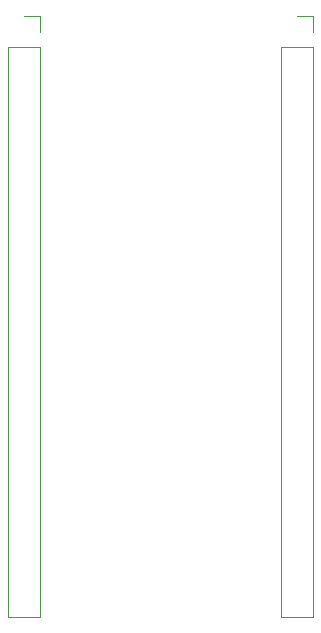
<source format=gbr>
%TF.GenerationSoftware,KiCad,Pcbnew,5.1.8-db9833491~87~ubuntu20.04.1*%
%TF.CreationDate,2020-11-15T22:53:27-05:00*%
%TF.ProjectId,shield,73686965-6c64-42e6-9b69-6361645f7063,rev?*%
%TF.SameCoordinates,Original*%
%TF.FileFunction,Legend,Bot*%
%TF.FilePolarity,Positive*%
%FSLAX46Y46*%
G04 Gerber Fmt 4.6, Leading zero omitted, Abs format (unit mm)*
G04 Created by KiCad (PCBNEW 5.1.8-db9833491~87~ubuntu20.04.1) date 2020-11-15 22:53:27*
%MOMM*%
%LPD*%
G01*
G04 APERTURE LIST*
%ADD10C,0.120000*%
G04 APERTURE END LIST*
D10*
%TO.C,J1*%
X152587000Y-127695000D02*
X149927000Y-127695000D01*
X152587000Y-79375000D02*
X152587000Y-127695000D01*
X149927000Y-79375000D02*
X149927000Y-127695000D01*
X152587000Y-79375000D02*
X149927000Y-79375000D01*
X152587000Y-78105000D02*
X152587000Y-76775000D01*
X152587000Y-76775000D02*
X151257000Y-76775000D01*
%TO.C,J2*%
X129473000Y-76775000D02*
X128143000Y-76775000D01*
X129473000Y-78105000D02*
X129473000Y-76775000D01*
X129473000Y-79375000D02*
X126813000Y-79375000D01*
X126813000Y-79375000D02*
X126813000Y-127695000D01*
X129473000Y-79375000D02*
X129473000Y-127695000D01*
X129473000Y-127695000D02*
X126813000Y-127695000D01*
%TD*%
M02*

</source>
